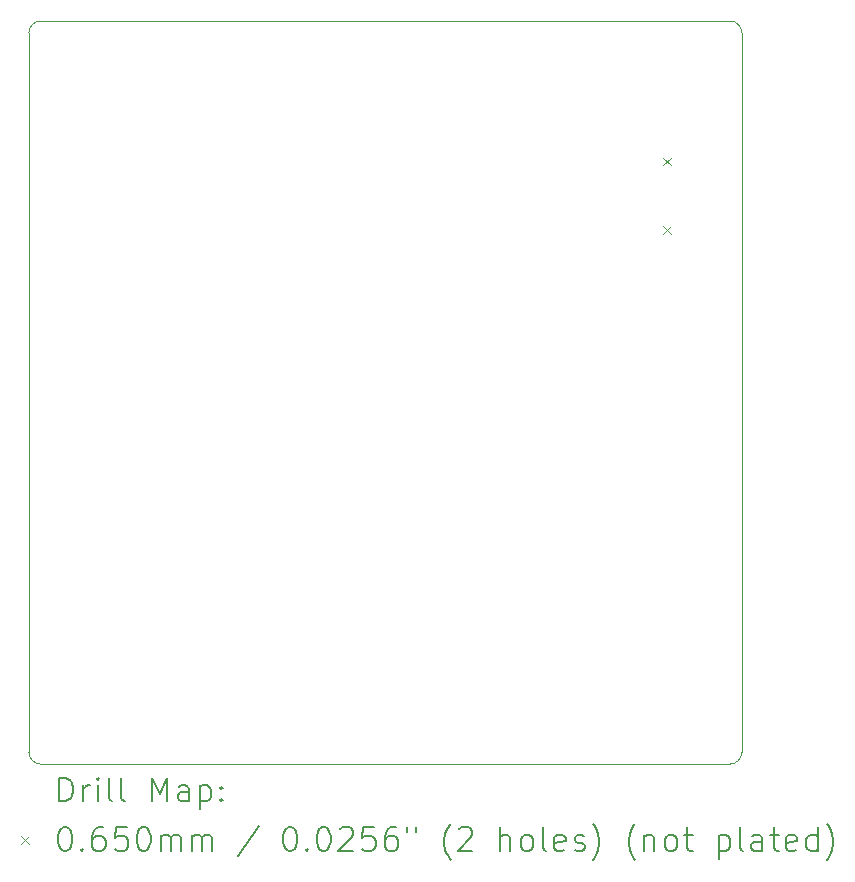
<source format=gbr>
%TF.GenerationSoftware,KiCad,Pcbnew,8.0.3*%
%TF.CreationDate,2024-08-20T17:09:37+02:00*%
%TF.ProjectId,MDBT50Q-breakout,4d444254-3530-4512-9d62-7265616b6f75,rev?*%
%TF.SameCoordinates,Original*%
%TF.FileFunction,Drillmap*%
%TF.FilePolarity,Positive*%
%FSLAX45Y45*%
G04 Gerber Fmt 4.5, Leading zero omitted, Abs format (unit mm)*
G04 Created by KiCad (PCBNEW 8.0.3) date 2024-08-20 17:09:37*
%MOMM*%
%LPD*%
G01*
G04 APERTURE LIST*
%ADD10C,0.050000*%
%ADD11C,0.200000*%
%ADD12C,0.100000*%
G04 APERTURE END LIST*
D10*
X11262250Y-14822000D02*
G75*
G02*
X11162250Y-14922000I-100000J0D01*
G01*
X11162250Y-8630000D02*
G75*
G02*
X11262250Y-8730000I0J-100000D01*
G01*
X5227250Y-8730000D02*
G75*
G02*
X5327250Y-8630000I100000J0D01*
G01*
X5327250Y-14922000D02*
G75*
G02*
X5227250Y-14822000I0J100000D01*
G01*
X5327250Y-8630000D02*
X11162250Y-8630000D01*
X5227250Y-14822000D02*
X5227250Y-8730000D01*
X11262250Y-8730000D02*
X11262250Y-14822000D01*
X11162250Y-14922000D02*
X5327250Y-14922000D01*
D11*
D12*
X10597000Y-9788500D02*
X10662000Y-9853500D01*
X10662000Y-9788500D02*
X10597000Y-9853500D01*
X10597000Y-10366500D02*
X10662000Y-10431500D01*
X10662000Y-10366500D02*
X10597000Y-10431500D01*
D11*
X5485527Y-15235984D02*
X5485527Y-15035984D01*
X5485527Y-15035984D02*
X5533146Y-15035984D01*
X5533146Y-15035984D02*
X5561717Y-15045508D01*
X5561717Y-15045508D02*
X5580765Y-15064555D01*
X5580765Y-15064555D02*
X5590289Y-15083603D01*
X5590289Y-15083603D02*
X5599812Y-15121698D01*
X5599812Y-15121698D02*
X5599812Y-15150269D01*
X5599812Y-15150269D02*
X5590289Y-15188365D01*
X5590289Y-15188365D02*
X5580765Y-15207412D01*
X5580765Y-15207412D02*
X5561717Y-15226460D01*
X5561717Y-15226460D02*
X5533146Y-15235984D01*
X5533146Y-15235984D02*
X5485527Y-15235984D01*
X5685527Y-15235984D02*
X5685527Y-15102650D01*
X5685527Y-15140746D02*
X5695051Y-15121698D01*
X5695051Y-15121698D02*
X5704574Y-15112174D01*
X5704574Y-15112174D02*
X5723622Y-15102650D01*
X5723622Y-15102650D02*
X5742670Y-15102650D01*
X5809336Y-15235984D02*
X5809336Y-15102650D01*
X5809336Y-15035984D02*
X5799812Y-15045508D01*
X5799812Y-15045508D02*
X5809336Y-15055031D01*
X5809336Y-15055031D02*
X5818860Y-15045508D01*
X5818860Y-15045508D02*
X5809336Y-15035984D01*
X5809336Y-15035984D02*
X5809336Y-15055031D01*
X5933146Y-15235984D02*
X5914098Y-15226460D01*
X5914098Y-15226460D02*
X5904574Y-15207412D01*
X5904574Y-15207412D02*
X5904574Y-15035984D01*
X6037908Y-15235984D02*
X6018860Y-15226460D01*
X6018860Y-15226460D02*
X6009336Y-15207412D01*
X6009336Y-15207412D02*
X6009336Y-15035984D01*
X6266479Y-15235984D02*
X6266479Y-15035984D01*
X6266479Y-15035984D02*
X6333146Y-15178841D01*
X6333146Y-15178841D02*
X6399812Y-15035984D01*
X6399812Y-15035984D02*
X6399812Y-15235984D01*
X6580765Y-15235984D02*
X6580765Y-15131222D01*
X6580765Y-15131222D02*
X6571241Y-15112174D01*
X6571241Y-15112174D02*
X6552193Y-15102650D01*
X6552193Y-15102650D02*
X6514098Y-15102650D01*
X6514098Y-15102650D02*
X6495051Y-15112174D01*
X6580765Y-15226460D02*
X6561717Y-15235984D01*
X6561717Y-15235984D02*
X6514098Y-15235984D01*
X6514098Y-15235984D02*
X6495051Y-15226460D01*
X6495051Y-15226460D02*
X6485527Y-15207412D01*
X6485527Y-15207412D02*
X6485527Y-15188365D01*
X6485527Y-15188365D02*
X6495051Y-15169317D01*
X6495051Y-15169317D02*
X6514098Y-15159793D01*
X6514098Y-15159793D02*
X6561717Y-15159793D01*
X6561717Y-15159793D02*
X6580765Y-15150269D01*
X6676003Y-15102650D02*
X6676003Y-15302650D01*
X6676003Y-15112174D02*
X6695051Y-15102650D01*
X6695051Y-15102650D02*
X6733146Y-15102650D01*
X6733146Y-15102650D02*
X6752193Y-15112174D01*
X6752193Y-15112174D02*
X6761717Y-15121698D01*
X6761717Y-15121698D02*
X6771241Y-15140746D01*
X6771241Y-15140746D02*
X6771241Y-15197888D01*
X6771241Y-15197888D02*
X6761717Y-15216936D01*
X6761717Y-15216936D02*
X6752193Y-15226460D01*
X6752193Y-15226460D02*
X6733146Y-15235984D01*
X6733146Y-15235984D02*
X6695051Y-15235984D01*
X6695051Y-15235984D02*
X6676003Y-15226460D01*
X6856955Y-15216936D02*
X6866479Y-15226460D01*
X6866479Y-15226460D02*
X6856955Y-15235984D01*
X6856955Y-15235984D02*
X6847432Y-15226460D01*
X6847432Y-15226460D02*
X6856955Y-15216936D01*
X6856955Y-15216936D02*
X6856955Y-15235984D01*
X6856955Y-15112174D02*
X6866479Y-15121698D01*
X6866479Y-15121698D02*
X6856955Y-15131222D01*
X6856955Y-15131222D02*
X6847432Y-15121698D01*
X6847432Y-15121698D02*
X6856955Y-15112174D01*
X6856955Y-15112174D02*
X6856955Y-15131222D01*
D12*
X5159750Y-15532000D02*
X5224750Y-15597000D01*
X5224750Y-15532000D02*
X5159750Y-15597000D01*
D11*
X5523622Y-15455984D02*
X5542670Y-15455984D01*
X5542670Y-15455984D02*
X5561717Y-15465508D01*
X5561717Y-15465508D02*
X5571241Y-15475031D01*
X5571241Y-15475031D02*
X5580765Y-15494079D01*
X5580765Y-15494079D02*
X5590289Y-15532174D01*
X5590289Y-15532174D02*
X5590289Y-15579793D01*
X5590289Y-15579793D02*
X5580765Y-15617888D01*
X5580765Y-15617888D02*
X5571241Y-15636936D01*
X5571241Y-15636936D02*
X5561717Y-15646460D01*
X5561717Y-15646460D02*
X5542670Y-15655984D01*
X5542670Y-15655984D02*
X5523622Y-15655984D01*
X5523622Y-15655984D02*
X5504574Y-15646460D01*
X5504574Y-15646460D02*
X5495051Y-15636936D01*
X5495051Y-15636936D02*
X5485527Y-15617888D01*
X5485527Y-15617888D02*
X5476003Y-15579793D01*
X5476003Y-15579793D02*
X5476003Y-15532174D01*
X5476003Y-15532174D02*
X5485527Y-15494079D01*
X5485527Y-15494079D02*
X5495051Y-15475031D01*
X5495051Y-15475031D02*
X5504574Y-15465508D01*
X5504574Y-15465508D02*
X5523622Y-15455984D01*
X5676003Y-15636936D02*
X5685527Y-15646460D01*
X5685527Y-15646460D02*
X5676003Y-15655984D01*
X5676003Y-15655984D02*
X5666479Y-15646460D01*
X5666479Y-15646460D02*
X5676003Y-15636936D01*
X5676003Y-15636936D02*
X5676003Y-15655984D01*
X5856955Y-15455984D02*
X5818860Y-15455984D01*
X5818860Y-15455984D02*
X5799812Y-15465508D01*
X5799812Y-15465508D02*
X5790289Y-15475031D01*
X5790289Y-15475031D02*
X5771241Y-15503603D01*
X5771241Y-15503603D02*
X5761717Y-15541698D01*
X5761717Y-15541698D02*
X5761717Y-15617888D01*
X5761717Y-15617888D02*
X5771241Y-15636936D01*
X5771241Y-15636936D02*
X5780765Y-15646460D01*
X5780765Y-15646460D02*
X5799812Y-15655984D01*
X5799812Y-15655984D02*
X5837908Y-15655984D01*
X5837908Y-15655984D02*
X5856955Y-15646460D01*
X5856955Y-15646460D02*
X5866479Y-15636936D01*
X5866479Y-15636936D02*
X5876003Y-15617888D01*
X5876003Y-15617888D02*
X5876003Y-15570269D01*
X5876003Y-15570269D02*
X5866479Y-15551222D01*
X5866479Y-15551222D02*
X5856955Y-15541698D01*
X5856955Y-15541698D02*
X5837908Y-15532174D01*
X5837908Y-15532174D02*
X5799812Y-15532174D01*
X5799812Y-15532174D02*
X5780765Y-15541698D01*
X5780765Y-15541698D02*
X5771241Y-15551222D01*
X5771241Y-15551222D02*
X5761717Y-15570269D01*
X6056955Y-15455984D02*
X5961717Y-15455984D01*
X5961717Y-15455984D02*
X5952193Y-15551222D01*
X5952193Y-15551222D02*
X5961717Y-15541698D01*
X5961717Y-15541698D02*
X5980765Y-15532174D01*
X5980765Y-15532174D02*
X6028384Y-15532174D01*
X6028384Y-15532174D02*
X6047432Y-15541698D01*
X6047432Y-15541698D02*
X6056955Y-15551222D01*
X6056955Y-15551222D02*
X6066479Y-15570269D01*
X6066479Y-15570269D02*
X6066479Y-15617888D01*
X6066479Y-15617888D02*
X6056955Y-15636936D01*
X6056955Y-15636936D02*
X6047432Y-15646460D01*
X6047432Y-15646460D02*
X6028384Y-15655984D01*
X6028384Y-15655984D02*
X5980765Y-15655984D01*
X5980765Y-15655984D02*
X5961717Y-15646460D01*
X5961717Y-15646460D02*
X5952193Y-15636936D01*
X6190289Y-15455984D02*
X6209336Y-15455984D01*
X6209336Y-15455984D02*
X6228384Y-15465508D01*
X6228384Y-15465508D02*
X6237908Y-15475031D01*
X6237908Y-15475031D02*
X6247432Y-15494079D01*
X6247432Y-15494079D02*
X6256955Y-15532174D01*
X6256955Y-15532174D02*
X6256955Y-15579793D01*
X6256955Y-15579793D02*
X6247432Y-15617888D01*
X6247432Y-15617888D02*
X6237908Y-15636936D01*
X6237908Y-15636936D02*
X6228384Y-15646460D01*
X6228384Y-15646460D02*
X6209336Y-15655984D01*
X6209336Y-15655984D02*
X6190289Y-15655984D01*
X6190289Y-15655984D02*
X6171241Y-15646460D01*
X6171241Y-15646460D02*
X6161717Y-15636936D01*
X6161717Y-15636936D02*
X6152193Y-15617888D01*
X6152193Y-15617888D02*
X6142670Y-15579793D01*
X6142670Y-15579793D02*
X6142670Y-15532174D01*
X6142670Y-15532174D02*
X6152193Y-15494079D01*
X6152193Y-15494079D02*
X6161717Y-15475031D01*
X6161717Y-15475031D02*
X6171241Y-15465508D01*
X6171241Y-15465508D02*
X6190289Y-15455984D01*
X6342670Y-15655984D02*
X6342670Y-15522650D01*
X6342670Y-15541698D02*
X6352193Y-15532174D01*
X6352193Y-15532174D02*
X6371241Y-15522650D01*
X6371241Y-15522650D02*
X6399813Y-15522650D01*
X6399813Y-15522650D02*
X6418860Y-15532174D01*
X6418860Y-15532174D02*
X6428384Y-15551222D01*
X6428384Y-15551222D02*
X6428384Y-15655984D01*
X6428384Y-15551222D02*
X6437908Y-15532174D01*
X6437908Y-15532174D02*
X6456955Y-15522650D01*
X6456955Y-15522650D02*
X6485527Y-15522650D01*
X6485527Y-15522650D02*
X6504574Y-15532174D01*
X6504574Y-15532174D02*
X6514098Y-15551222D01*
X6514098Y-15551222D02*
X6514098Y-15655984D01*
X6609336Y-15655984D02*
X6609336Y-15522650D01*
X6609336Y-15541698D02*
X6618860Y-15532174D01*
X6618860Y-15532174D02*
X6637908Y-15522650D01*
X6637908Y-15522650D02*
X6666479Y-15522650D01*
X6666479Y-15522650D02*
X6685527Y-15532174D01*
X6685527Y-15532174D02*
X6695051Y-15551222D01*
X6695051Y-15551222D02*
X6695051Y-15655984D01*
X6695051Y-15551222D02*
X6704574Y-15532174D01*
X6704574Y-15532174D02*
X6723622Y-15522650D01*
X6723622Y-15522650D02*
X6752193Y-15522650D01*
X6752193Y-15522650D02*
X6771241Y-15532174D01*
X6771241Y-15532174D02*
X6780765Y-15551222D01*
X6780765Y-15551222D02*
X6780765Y-15655984D01*
X7171241Y-15446460D02*
X6999813Y-15703603D01*
X7428384Y-15455984D02*
X7447432Y-15455984D01*
X7447432Y-15455984D02*
X7466479Y-15465508D01*
X7466479Y-15465508D02*
X7476003Y-15475031D01*
X7476003Y-15475031D02*
X7485527Y-15494079D01*
X7485527Y-15494079D02*
X7495051Y-15532174D01*
X7495051Y-15532174D02*
X7495051Y-15579793D01*
X7495051Y-15579793D02*
X7485527Y-15617888D01*
X7485527Y-15617888D02*
X7476003Y-15636936D01*
X7476003Y-15636936D02*
X7466479Y-15646460D01*
X7466479Y-15646460D02*
X7447432Y-15655984D01*
X7447432Y-15655984D02*
X7428384Y-15655984D01*
X7428384Y-15655984D02*
X7409336Y-15646460D01*
X7409336Y-15646460D02*
X7399813Y-15636936D01*
X7399813Y-15636936D02*
X7390289Y-15617888D01*
X7390289Y-15617888D02*
X7380765Y-15579793D01*
X7380765Y-15579793D02*
X7380765Y-15532174D01*
X7380765Y-15532174D02*
X7390289Y-15494079D01*
X7390289Y-15494079D02*
X7399813Y-15475031D01*
X7399813Y-15475031D02*
X7409336Y-15465508D01*
X7409336Y-15465508D02*
X7428384Y-15455984D01*
X7580765Y-15636936D02*
X7590289Y-15646460D01*
X7590289Y-15646460D02*
X7580765Y-15655984D01*
X7580765Y-15655984D02*
X7571241Y-15646460D01*
X7571241Y-15646460D02*
X7580765Y-15636936D01*
X7580765Y-15636936D02*
X7580765Y-15655984D01*
X7714098Y-15455984D02*
X7733146Y-15455984D01*
X7733146Y-15455984D02*
X7752194Y-15465508D01*
X7752194Y-15465508D02*
X7761717Y-15475031D01*
X7761717Y-15475031D02*
X7771241Y-15494079D01*
X7771241Y-15494079D02*
X7780765Y-15532174D01*
X7780765Y-15532174D02*
X7780765Y-15579793D01*
X7780765Y-15579793D02*
X7771241Y-15617888D01*
X7771241Y-15617888D02*
X7761717Y-15636936D01*
X7761717Y-15636936D02*
X7752194Y-15646460D01*
X7752194Y-15646460D02*
X7733146Y-15655984D01*
X7733146Y-15655984D02*
X7714098Y-15655984D01*
X7714098Y-15655984D02*
X7695051Y-15646460D01*
X7695051Y-15646460D02*
X7685527Y-15636936D01*
X7685527Y-15636936D02*
X7676003Y-15617888D01*
X7676003Y-15617888D02*
X7666479Y-15579793D01*
X7666479Y-15579793D02*
X7666479Y-15532174D01*
X7666479Y-15532174D02*
X7676003Y-15494079D01*
X7676003Y-15494079D02*
X7685527Y-15475031D01*
X7685527Y-15475031D02*
X7695051Y-15465508D01*
X7695051Y-15465508D02*
X7714098Y-15455984D01*
X7856956Y-15475031D02*
X7866479Y-15465508D01*
X7866479Y-15465508D02*
X7885527Y-15455984D01*
X7885527Y-15455984D02*
X7933146Y-15455984D01*
X7933146Y-15455984D02*
X7952194Y-15465508D01*
X7952194Y-15465508D02*
X7961717Y-15475031D01*
X7961717Y-15475031D02*
X7971241Y-15494079D01*
X7971241Y-15494079D02*
X7971241Y-15513127D01*
X7971241Y-15513127D02*
X7961717Y-15541698D01*
X7961717Y-15541698D02*
X7847432Y-15655984D01*
X7847432Y-15655984D02*
X7971241Y-15655984D01*
X8152194Y-15455984D02*
X8056956Y-15455984D01*
X8056956Y-15455984D02*
X8047432Y-15551222D01*
X8047432Y-15551222D02*
X8056956Y-15541698D01*
X8056956Y-15541698D02*
X8076003Y-15532174D01*
X8076003Y-15532174D02*
X8123622Y-15532174D01*
X8123622Y-15532174D02*
X8142670Y-15541698D01*
X8142670Y-15541698D02*
X8152194Y-15551222D01*
X8152194Y-15551222D02*
X8161717Y-15570269D01*
X8161717Y-15570269D02*
X8161717Y-15617888D01*
X8161717Y-15617888D02*
X8152194Y-15636936D01*
X8152194Y-15636936D02*
X8142670Y-15646460D01*
X8142670Y-15646460D02*
X8123622Y-15655984D01*
X8123622Y-15655984D02*
X8076003Y-15655984D01*
X8076003Y-15655984D02*
X8056956Y-15646460D01*
X8056956Y-15646460D02*
X8047432Y-15636936D01*
X8333146Y-15455984D02*
X8295051Y-15455984D01*
X8295051Y-15455984D02*
X8276003Y-15465508D01*
X8276003Y-15465508D02*
X8266479Y-15475031D01*
X8266479Y-15475031D02*
X8247432Y-15503603D01*
X8247432Y-15503603D02*
X8237908Y-15541698D01*
X8237908Y-15541698D02*
X8237908Y-15617888D01*
X8237908Y-15617888D02*
X8247432Y-15636936D01*
X8247432Y-15636936D02*
X8256956Y-15646460D01*
X8256956Y-15646460D02*
X8276003Y-15655984D01*
X8276003Y-15655984D02*
X8314098Y-15655984D01*
X8314098Y-15655984D02*
X8333146Y-15646460D01*
X8333146Y-15646460D02*
X8342670Y-15636936D01*
X8342670Y-15636936D02*
X8352194Y-15617888D01*
X8352194Y-15617888D02*
X8352194Y-15570269D01*
X8352194Y-15570269D02*
X8342670Y-15551222D01*
X8342670Y-15551222D02*
X8333146Y-15541698D01*
X8333146Y-15541698D02*
X8314098Y-15532174D01*
X8314098Y-15532174D02*
X8276003Y-15532174D01*
X8276003Y-15532174D02*
X8256956Y-15541698D01*
X8256956Y-15541698D02*
X8247432Y-15551222D01*
X8247432Y-15551222D02*
X8237908Y-15570269D01*
X8428384Y-15455984D02*
X8428384Y-15494079D01*
X8504575Y-15455984D02*
X8504575Y-15494079D01*
X8799813Y-15732174D02*
X8790289Y-15722650D01*
X8790289Y-15722650D02*
X8771241Y-15694079D01*
X8771241Y-15694079D02*
X8761718Y-15675031D01*
X8761718Y-15675031D02*
X8752194Y-15646460D01*
X8752194Y-15646460D02*
X8742670Y-15598841D01*
X8742670Y-15598841D02*
X8742670Y-15560746D01*
X8742670Y-15560746D02*
X8752194Y-15513127D01*
X8752194Y-15513127D02*
X8761718Y-15484555D01*
X8761718Y-15484555D02*
X8771241Y-15465508D01*
X8771241Y-15465508D02*
X8790289Y-15436936D01*
X8790289Y-15436936D02*
X8799813Y-15427412D01*
X8866480Y-15475031D02*
X8876003Y-15465508D01*
X8876003Y-15465508D02*
X8895051Y-15455984D01*
X8895051Y-15455984D02*
X8942670Y-15455984D01*
X8942670Y-15455984D02*
X8961718Y-15465508D01*
X8961718Y-15465508D02*
X8971241Y-15475031D01*
X8971241Y-15475031D02*
X8980765Y-15494079D01*
X8980765Y-15494079D02*
X8980765Y-15513127D01*
X8980765Y-15513127D02*
X8971241Y-15541698D01*
X8971241Y-15541698D02*
X8856956Y-15655984D01*
X8856956Y-15655984D02*
X8980765Y-15655984D01*
X9218861Y-15655984D02*
X9218861Y-15455984D01*
X9304575Y-15655984D02*
X9304575Y-15551222D01*
X9304575Y-15551222D02*
X9295051Y-15532174D01*
X9295051Y-15532174D02*
X9276003Y-15522650D01*
X9276003Y-15522650D02*
X9247432Y-15522650D01*
X9247432Y-15522650D02*
X9228384Y-15532174D01*
X9228384Y-15532174D02*
X9218861Y-15541698D01*
X9428384Y-15655984D02*
X9409337Y-15646460D01*
X9409337Y-15646460D02*
X9399813Y-15636936D01*
X9399813Y-15636936D02*
X9390289Y-15617888D01*
X9390289Y-15617888D02*
X9390289Y-15560746D01*
X9390289Y-15560746D02*
X9399813Y-15541698D01*
X9399813Y-15541698D02*
X9409337Y-15532174D01*
X9409337Y-15532174D02*
X9428384Y-15522650D01*
X9428384Y-15522650D02*
X9456956Y-15522650D01*
X9456956Y-15522650D02*
X9476003Y-15532174D01*
X9476003Y-15532174D02*
X9485527Y-15541698D01*
X9485527Y-15541698D02*
X9495051Y-15560746D01*
X9495051Y-15560746D02*
X9495051Y-15617888D01*
X9495051Y-15617888D02*
X9485527Y-15636936D01*
X9485527Y-15636936D02*
X9476003Y-15646460D01*
X9476003Y-15646460D02*
X9456956Y-15655984D01*
X9456956Y-15655984D02*
X9428384Y-15655984D01*
X9609337Y-15655984D02*
X9590289Y-15646460D01*
X9590289Y-15646460D02*
X9580765Y-15627412D01*
X9580765Y-15627412D02*
X9580765Y-15455984D01*
X9761718Y-15646460D02*
X9742670Y-15655984D01*
X9742670Y-15655984D02*
X9704575Y-15655984D01*
X9704575Y-15655984D02*
X9685527Y-15646460D01*
X9685527Y-15646460D02*
X9676003Y-15627412D01*
X9676003Y-15627412D02*
X9676003Y-15551222D01*
X9676003Y-15551222D02*
X9685527Y-15532174D01*
X9685527Y-15532174D02*
X9704575Y-15522650D01*
X9704575Y-15522650D02*
X9742670Y-15522650D01*
X9742670Y-15522650D02*
X9761718Y-15532174D01*
X9761718Y-15532174D02*
X9771242Y-15551222D01*
X9771242Y-15551222D02*
X9771242Y-15570269D01*
X9771242Y-15570269D02*
X9676003Y-15589317D01*
X9847432Y-15646460D02*
X9866480Y-15655984D01*
X9866480Y-15655984D02*
X9904575Y-15655984D01*
X9904575Y-15655984D02*
X9923623Y-15646460D01*
X9923623Y-15646460D02*
X9933146Y-15627412D01*
X9933146Y-15627412D02*
X9933146Y-15617888D01*
X9933146Y-15617888D02*
X9923623Y-15598841D01*
X9923623Y-15598841D02*
X9904575Y-15589317D01*
X9904575Y-15589317D02*
X9876003Y-15589317D01*
X9876003Y-15589317D02*
X9856956Y-15579793D01*
X9856956Y-15579793D02*
X9847432Y-15560746D01*
X9847432Y-15560746D02*
X9847432Y-15551222D01*
X9847432Y-15551222D02*
X9856956Y-15532174D01*
X9856956Y-15532174D02*
X9876003Y-15522650D01*
X9876003Y-15522650D02*
X9904575Y-15522650D01*
X9904575Y-15522650D02*
X9923623Y-15532174D01*
X9999813Y-15732174D02*
X10009337Y-15722650D01*
X10009337Y-15722650D02*
X10028384Y-15694079D01*
X10028384Y-15694079D02*
X10037908Y-15675031D01*
X10037908Y-15675031D02*
X10047432Y-15646460D01*
X10047432Y-15646460D02*
X10056956Y-15598841D01*
X10056956Y-15598841D02*
X10056956Y-15560746D01*
X10056956Y-15560746D02*
X10047432Y-15513127D01*
X10047432Y-15513127D02*
X10037908Y-15484555D01*
X10037908Y-15484555D02*
X10028384Y-15465508D01*
X10028384Y-15465508D02*
X10009337Y-15436936D01*
X10009337Y-15436936D02*
X9999813Y-15427412D01*
X10361718Y-15732174D02*
X10352194Y-15722650D01*
X10352194Y-15722650D02*
X10333146Y-15694079D01*
X10333146Y-15694079D02*
X10323623Y-15675031D01*
X10323623Y-15675031D02*
X10314099Y-15646460D01*
X10314099Y-15646460D02*
X10304575Y-15598841D01*
X10304575Y-15598841D02*
X10304575Y-15560746D01*
X10304575Y-15560746D02*
X10314099Y-15513127D01*
X10314099Y-15513127D02*
X10323623Y-15484555D01*
X10323623Y-15484555D02*
X10333146Y-15465508D01*
X10333146Y-15465508D02*
X10352194Y-15436936D01*
X10352194Y-15436936D02*
X10361718Y-15427412D01*
X10437908Y-15522650D02*
X10437908Y-15655984D01*
X10437908Y-15541698D02*
X10447432Y-15532174D01*
X10447432Y-15532174D02*
X10466480Y-15522650D01*
X10466480Y-15522650D02*
X10495051Y-15522650D01*
X10495051Y-15522650D02*
X10514099Y-15532174D01*
X10514099Y-15532174D02*
X10523623Y-15551222D01*
X10523623Y-15551222D02*
X10523623Y-15655984D01*
X10647432Y-15655984D02*
X10628384Y-15646460D01*
X10628384Y-15646460D02*
X10618861Y-15636936D01*
X10618861Y-15636936D02*
X10609337Y-15617888D01*
X10609337Y-15617888D02*
X10609337Y-15560746D01*
X10609337Y-15560746D02*
X10618861Y-15541698D01*
X10618861Y-15541698D02*
X10628384Y-15532174D01*
X10628384Y-15532174D02*
X10647432Y-15522650D01*
X10647432Y-15522650D02*
X10676004Y-15522650D01*
X10676004Y-15522650D02*
X10695051Y-15532174D01*
X10695051Y-15532174D02*
X10704575Y-15541698D01*
X10704575Y-15541698D02*
X10714099Y-15560746D01*
X10714099Y-15560746D02*
X10714099Y-15617888D01*
X10714099Y-15617888D02*
X10704575Y-15636936D01*
X10704575Y-15636936D02*
X10695051Y-15646460D01*
X10695051Y-15646460D02*
X10676004Y-15655984D01*
X10676004Y-15655984D02*
X10647432Y-15655984D01*
X10771242Y-15522650D02*
X10847432Y-15522650D01*
X10799813Y-15455984D02*
X10799813Y-15627412D01*
X10799813Y-15627412D02*
X10809337Y-15646460D01*
X10809337Y-15646460D02*
X10828384Y-15655984D01*
X10828384Y-15655984D02*
X10847432Y-15655984D01*
X11066480Y-15522650D02*
X11066480Y-15722650D01*
X11066480Y-15532174D02*
X11085527Y-15522650D01*
X11085527Y-15522650D02*
X11123623Y-15522650D01*
X11123623Y-15522650D02*
X11142670Y-15532174D01*
X11142670Y-15532174D02*
X11152194Y-15541698D01*
X11152194Y-15541698D02*
X11161718Y-15560746D01*
X11161718Y-15560746D02*
X11161718Y-15617888D01*
X11161718Y-15617888D02*
X11152194Y-15636936D01*
X11152194Y-15636936D02*
X11142670Y-15646460D01*
X11142670Y-15646460D02*
X11123623Y-15655984D01*
X11123623Y-15655984D02*
X11085527Y-15655984D01*
X11085527Y-15655984D02*
X11066480Y-15646460D01*
X11276003Y-15655984D02*
X11256956Y-15646460D01*
X11256956Y-15646460D02*
X11247432Y-15627412D01*
X11247432Y-15627412D02*
X11247432Y-15455984D01*
X11437908Y-15655984D02*
X11437908Y-15551222D01*
X11437908Y-15551222D02*
X11428384Y-15532174D01*
X11428384Y-15532174D02*
X11409337Y-15522650D01*
X11409337Y-15522650D02*
X11371242Y-15522650D01*
X11371242Y-15522650D02*
X11352194Y-15532174D01*
X11437908Y-15646460D02*
X11418861Y-15655984D01*
X11418861Y-15655984D02*
X11371242Y-15655984D01*
X11371242Y-15655984D02*
X11352194Y-15646460D01*
X11352194Y-15646460D02*
X11342670Y-15627412D01*
X11342670Y-15627412D02*
X11342670Y-15608365D01*
X11342670Y-15608365D02*
X11352194Y-15589317D01*
X11352194Y-15589317D02*
X11371242Y-15579793D01*
X11371242Y-15579793D02*
X11418861Y-15579793D01*
X11418861Y-15579793D02*
X11437908Y-15570269D01*
X11504575Y-15522650D02*
X11580765Y-15522650D01*
X11533146Y-15455984D02*
X11533146Y-15627412D01*
X11533146Y-15627412D02*
X11542670Y-15646460D01*
X11542670Y-15646460D02*
X11561718Y-15655984D01*
X11561718Y-15655984D02*
X11580765Y-15655984D01*
X11723623Y-15646460D02*
X11704575Y-15655984D01*
X11704575Y-15655984D02*
X11666480Y-15655984D01*
X11666480Y-15655984D02*
X11647432Y-15646460D01*
X11647432Y-15646460D02*
X11637908Y-15627412D01*
X11637908Y-15627412D02*
X11637908Y-15551222D01*
X11637908Y-15551222D02*
X11647432Y-15532174D01*
X11647432Y-15532174D02*
X11666480Y-15522650D01*
X11666480Y-15522650D02*
X11704575Y-15522650D01*
X11704575Y-15522650D02*
X11723623Y-15532174D01*
X11723623Y-15532174D02*
X11733146Y-15551222D01*
X11733146Y-15551222D02*
X11733146Y-15570269D01*
X11733146Y-15570269D02*
X11637908Y-15589317D01*
X11904575Y-15655984D02*
X11904575Y-15455984D01*
X11904575Y-15646460D02*
X11885527Y-15655984D01*
X11885527Y-15655984D02*
X11847432Y-15655984D01*
X11847432Y-15655984D02*
X11828384Y-15646460D01*
X11828384Y-15646460D02*
X11818861Y-15636936D01*
X11818861Y-15636936D02*
X11809337Y-15617888D01*
X11809337Y-15617888D02*
X11809337Y-15560746D01*
X11809337Y-15560746D02*
X11818861Y-15541698D01*
X11818861Y-15541698D02*
X11828384Y-15532174D01*
X11828384Y-15532174D02*
X11847432Y-15522650D01*
X11847432Y-15522650D02*
X11885527Y-15522650D01*
X11885527Y-15522650D02*
X11904575Y-15532174D01*
X11980765Y-15732174D02*
X11990289Y-15722650D01*
X11990289Y-15722650D02*
X12009337Y-15694079D01*
X12009337Y-15694079D02*
X12018861Y-15675031D01*
X12018861Y-15675031D02*
X12028384Y-15646460D01*
X12028384Y-15646460D02*
X12037908Y-15598841D01*
X12037908Y-15598841D02*
X12037908Y-15560746D01*
X12037908Y-15560746D02*
X12028384Y-15513127D01*
X12028384Y-15513127D02*
X12018861Y-15484555D01*
X12018861Y-15484555D02*
X12009337Y-15465508D01*
X12009337Y-15465508D02*
X11990289Y-15436936D01*
X11990289Y-15436936D02*
X11980765Y-15427412D01*
M02*

</source>
